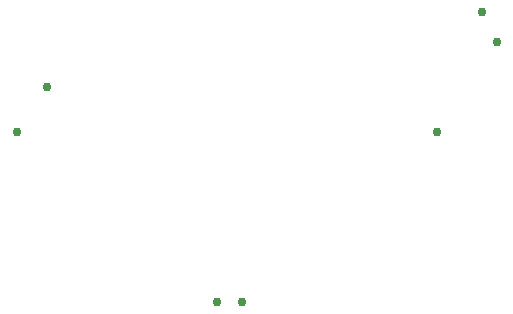
<source format=gbr>
G04 EAGLE Gerber RS-274X export*
G75*
%MOMM*%
%FSLAX34Y34*%
%LPD*%
%INVias*%
%IPPOS*%
%AMOC8*
5,1,8,0,0,1.08239X$1,22.5*%
G01*
%ADD10C,0.756400*%


D10*
X114300Y165100D03*
X139700Y203200D03*
X469900Y165100D03*
X304800Y20800D03*
X284000Y20800D03*
X520700Y241300D03*
X508000Y266700D03*
M02*

</source>
